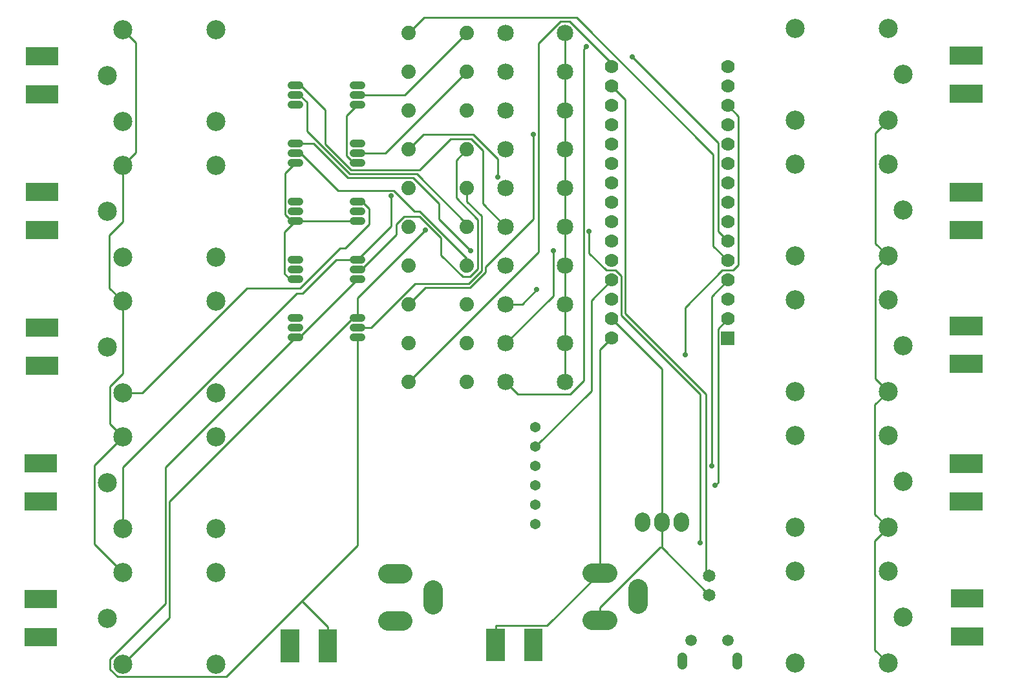
<source format=gbl>
G04 Layer: BottomLayer*
G04 EasyEDA v6.1.52, Sat, 03 Aug 2019 15:20:47 GMT*
G04 0863e46d4acc4207ac88c0ed569749d1,99d799917bed4c779c6d3b41b195639e,10*
G04 Gerber Generator version 0.2*
G04 Scale: 100 percent, Rotated: No, Reflected: No *
G04 Dimensions in millimeters *
G04 leading zeros omitted , absolute positions ,3 integer and 3 decimal *
%FSLAX33Y33*%
%MOMM*%
G90*
G71D02*

%ADD11C,0.250012*%
%ADD12C,0.700024*%
%ADD16C,1.778000*%
%ADD17C,1.363980*%
%ADD18C,2.499995*%
%ADD19C,1.879600*%
%ADD20C,2.159000*%
%ADD21R,4.284980X2.379980*%
%ADD23C,1.499997*%
%ADD24C,1.651000*%
%ADD25C,0.999998*%
%ADD26C,2.032000*%
%ADD27C,1.299997*%

%LPD*%
G54D11*
G01X71277Y74041D02*
G01X71277Y62969D01*
G01X65029Y56720D01*
G01X65029Y56009D01*
G01X63007Y53987D01*
G01X57162Y53987D01*
G01X54991Y51816D01*
G01X48260Y57658D02*
G01X45435Y57658D01*
G01X41041Y53263D01*
G01X40330Y53263D01*
G01X17505Y30439D01*
G01X17505Y22448D01*
G01X52671Y66006D02*
G01X52671Y62069D01*
G01X48260Y57658D01*
G01X78605Y61376D02*
G01X78605Y58531D01*
G01X80876Y56261D01*
G01X82082Y56261D01*
G01X82806Y55537D01*
G01X82806Y50373D01*
G01X93151Y40027D01*
G01X93151Y20589D01*
G01X67691Y61976D02*
G01X64650Y65016D01*
G01X64650Y71981D01*
G01X63126Y73507D01*
G01X60452Y73507D01*
G01X56370Y69428D01*
G01X47424Y69428D01*
G01X44061Y72791D01*
G01X44061Y77251D01*
G01X40794Y80518D01*
G01X40132Y80518D01*
G01X67691Y51816D02*
G01X69819Y51816D01*
G01X71724Y53721D01*
G01X67691Y46736D02*
G01X73888Y52933D01*
G01X73888Y58801D01*
G01X67691Y41656D02*
G01X69275Y40071D01*
G01X76116Y40071D01*
G01X77876Y41831D01*
G01X77876Y85255D01*
G01X78219Y85595D01*
G01X63068Y58834D02*
G01X58894Y63007D01*
G01X58894Y65021D01*
G01X55521Y68394D01*
G01X47035Y68394D01*
G01X42532Y72898D01*
G01X40132Y72898D01*
G01X96774Y54991D02*
G01X94625Y52842D01*
G01X94625Y30607D01*
G01X96774Y77851D02*
G01X98143Y76481D01*
G01X98143Y56964D01*
G01X97442Y56261D01*
G01X96012Y56261D01*
G01X91160Y51409D01*
G01X91160Y45184D01*
G01X62611Y61976D02*
G01X62611Y62331D01*
G01X56045Y68897D01*
G01X47244Y68897D01*
G01X41622Y74518D01*
G01X41622Y78305D01*
G01X40680Y79248D01*
G01X40132Y79248D01*
G01X54991Y87376D02*
G01X57002Y89387D01*
G01X76944Y89387D01*
G01X94863Y71470D01*
G01X94863Y59441D01*
G01X96774Y57531D01*
G01X17505Y34447D02*
G01X13815Y30756D01*
G01X13815Y20358D01*
G01X17505Y16667D01*
G01X17505Y52227D02*
G01X17505Y42750D01*
G01X15819Y41064D01*
G01X15819Y36134D01*
G01X17505Y34447D01*
G01X81534Y47371D02*
G01X80010Y45847D01*
G01X80010Y16621D01*
G01X17505Y70007D02*
G01X17505Y62636D01*
G01X15773Y60904D01*
G01X15773Y53959D01*
G01X17505Y52227D01*
G01X75438Y77216D02*
G01X75438Y72136D01*
G01X75438Y82296D02*
G01X75438Y77216D01*
G01X75438Y72136D02*
G01X75438Y67056D01*
G01X75438Y67056D02*
G01X75438Y61976D01*
G01X75438Y56896D02*
G01X75438Y51816D01*
G01X75438Y61976D02*
G01X75438Y56896D01*
G01X117749Y22575D02*
G01X116029Y20855D01*
G01X116029Y6512D01*
G01X117749Y4795D01*
G01X117749Y40355D02*
G01X116039Y38646D01*
G01X116039Y24282D01*
G01X117749Y22575D01*
G01X117749Y58135D02*
G01X116062Y56448D01*
G01X116062Y42042D01*
G01X117749Y40355D01*
G01X75438Y51816D02*
G01X75438Y46736D01*
G01X17505Y87787D02*
G01X19192Y86100D01*
G01X19192Y71694D01*
G01X17505Y70007D01*
G01X75438Y87376D02*
G01X75438Y82296D01*
G01X117749Y75915D02*
G01X116111Y74274D01*
G01X116111Y59773D01*
G01X117749Y58135D01*
G01X75438Y41656D02*
G01X75438Y46736D01*
G01X66344Y9707D02*
G01X73096Y9707D01*
G01X80010Y16621D01*
G01X66344Y7188D02*
G01X66344Y9707D01*
G01X41015Y12964D02*
G01X31094Y3040D01*
G01X16832Y3040D01*
G01X15877Y3992D01*
G01X15877Y5341D01*
G01X23103Y12565D01*
G01X23103Y30467D01*
G01X40132Y47498D01*
G01X48260Y47498D02*
G01X48260Y20205D01*
G01X41015Y12964D01*
G01X44399Y9580D02*
G01X41015Y12964D01*
G01X44399Y7061D02*
G01X44399Y9580D01*
G01X48260Y62738D02*
G01X40132Y62738D01*
G01X40132Y47498D02*
G01X40640Y47498D01*
G01X48260Y55118D01*
G01X48260Y77978D02*
G01X46802Y76520D01*
G01X46802Y71282D01*
G01X47726Y70358D01*
G01X48260Y70358D01*
G01X39850Y62456D02*
G01X40132Y62738D01*
G01X40132Y55118D02*
G01X39415Y55118D01*
G01X38701Y55834D01*
G01X38701Y61305D01*
G01X39850Y62456D01*
G01X40132Y70358D02*
G01X38755Y68981D01*
G01X38755Y63553D01*
G01X39850Y62456D01*
G01X88138Y23241D02*
G01X88138Y43307D01*
G01X81534Y49911D01*
G01X88138Y19939D02*
G01X88138Y23241D01*
G01X94361Y13716D02*
G01X88138Y19939D01*
G01X80010Y10421D02*
G01X80010Y12092D01*
G01X87856Y19939D01*
G01X88138Y19939D01*
G01X81534Y54991D02*
G01X78879Y52336D01*
G01X78879Y40469D01*
G01X71556Y33147D01*
G01X81534Y80391D02*
G01X83309Y78615D01*
G01X83309Y50581D01*
G01X93896Y39994D01*
G01X93896Y16720D01*
G01X94361Y16256D01*
G01X81534Y82931D02*
G01X81534Y83350D01*
G01X75996Y88884D01*
G01X74863Y88884D01*
G01X72006Y86027D01*
G01X72006Y58668D01*
G01X54991Y41656D01*
G01X48260Y65278D02*
G01X48900Y65278D01*
G01X49811Y64368D01*
G01X49811Y62323D01*
G01X46657Y59171D01*
G01X45984Y59171D01*
G01X40759Y53944D01*
G01X33822Y53944D01*
G01X20104Y40228D01*
G01X17505Y40228D01*
G01X48260Y50038D02*
G01X48260Y52649D01*
G01X57129Y61518D01*
G01X48260Y50038D02*
G01X47663Y50038D01*
G01X23606Y25979D01*
G01X23606Y10767D01*
G01X17505Y4668D01*
G01X62611Y67056D02*
G01X62611Y65290D01*
G01X64526Y63375D01*
G01X64526Y56217D01*
G01X62798Y54490D01*
G01X55780Y54490D01*
G01X50058Y48768D01*
G01X48260Y48768D01*
G01X62611Y87376D02*
G01X54483Y79248D01*
G01X48260Y79248D01*
G01X62611Y82296D02*
G01X51943Y71628D01*
G01X48260Y71628D01*
G01X96774Y49911D02*
G01X95470Y48607D01*
G01X95470Y28437D01*
G01X95102Y28067D01*
G01X40132Y71628D02*
G01X40797Y71628D01*
G01X45692Y66733D01*
G01X52971Y66733D01*
G01X55722Y63985D01*
G01X56433Y63985D01*
G01X62611Y57805D01*
G01X62611Y56896D01*
G01X62611Y72136D02*
G01X61191Y70716D01*
G01X61191Y65745D01*
G01X64023Y62915D01*
G01X64023Y56426D01*
G01X63007Y55410D01*
G01X62031Y55410D01*
G01X59222Y58219D01*
G01X59222Y60485D01*
G01X56403Y63301D01*
G01X54348Y63301D01*
G01X53352Y62306D01*
G01X53352Y60980D01*
G01X48760Y56388D01*
G01X48260Y56388D01*
G01X96774Y60071D02*
G01X95501Y61343D01*
G01X95501Y72971D01*
G01X84228Y84244D01*
G01X54991Y72136D02*
G01X56903Y74048D01*
G01X63446Y74048D01*
G01X66659Y70835D01*
G01X66659Y68475D01*
G36*
G01X95885Y46482D02*
G01X95885Y48260D01*
G01X97663Y48260D01*
G01X97663Y46482D01*
G01X95885Y46482D01*
G37*
G54D16*
G01X96774Y49911D03*
G01X96774Y52451D03*
G01X96774Y54991D03*
G01X96774Y57531D03*
G01X96774Y60071D03*
G01X96774Y62611D03*
G01X96774Y65151D03*
G01X96774Y67691D03*
G01X96774Y70231D03*
G01X96774Y72771D03*
G01X96774Y75311D03*
G01X96774Y77851D03*
G01X96774Y80391D03*
G01X96774Y82931D03*
G01X81534Y47371D03*
G01X81534Y49911D03*
G01X81534Y52451D03*
G01X81534Y54991D03*
G01X81534Y57531D03*
G01X81534Y60071D03*
G01X81534Y62611D03*
G01X81534Y65151D03*
G01X81534Y67691D03*
G01X81534Y70231D03*
G01X81534Y72771D03*
G01X81534Y75311D03*
G01X81534Y77851D03*
G01X81534Y80391D03*
G01X81534Y82931D03*
G54D17*
G01X71556Y30607D03*
G01X71556Y28067D03*
G01X71556Y22987D03*
G01X71556Y25527D03*
G01X71556Y35687D03*
G01X71556Y33147D03*
G54D18*
G01X15506Y46228D03*
G01X17505Y40228D03*
G01X17505Y52227D03*
G01X29705Y52227D03*
G01X29705Y40228D03*
G54D19*
G01X54991Y77216D03*
G01X62611Y77216D03*
G54D20*
G01X67691Y77216D03*
G01X75438Y77216D03*
G54D18*
G01X15506Y28448D03*
G01X17505Y22448D03*
G01X17505Y34447D03*
G01X29705Y34447D03*
G01X29705Y22448D03*
G54D19*
G01X54991Y72136D03*
G01X62611Y72136D03*
G54D20*
G01X67691Y72136D03*
G01X75438Y72136D03*
G54D18*
G01X15506Y10668D03*
G01X17505Y4668D03*
G01X17505Y16667D03*
G01X29705Y16667D03*
G01X29705Y4668D03*
G54D19*
G01X54991Y67056D03*
G01X62611Y67056D03*
G54D20*
G01X67691Y67056D03*
G01X75438Y67056D03*
G54D18*
G01X119748Y10795D03*
G01X117749Y16794D03*
G01X117749Y4795D03*
G01X105549Y4795D03*
G01X105549Y16794D03*
G54D19*
G01X54991Y61976D03*
G01X62611Y61976D03*
G54D20*
G01X67691Y61976D03*
G01X75438Y61976D03*
G54D18*
G01X119748Y28575D03*
G01X117749Y34574D03*
G01X117749Y22575D03*
G01X105549Y22575D03*
G01X105549Y34574D03*
G54D19*
G01X54991Y56896D03*
G01X62611Y56896D03*
G54D20*
G01X67691Y56896D03*
G01X75438Y56896D03*
G54D18*
G01X119748Y46355D03*
G01X117749Y52354D03*
G01X117749Y40355D03*
G01X105549Y40355D03*
G01X105549Y52354D03*
G54D19*
G01X54991Y51816D03*
G01X62611Y51816D03*
G54D20*
G01X67691Y51816D03*
G01X75438Y51816D03*
G54D21*
G01X6908Y43738D03*
G01X6908Y48717D03*
G01X6781Y25958D03*
G01X6781Y30937D03*
G01X6781Y8178D03*
G01X6781Y13157D03*
G36*
G01X130234Y12094D02*
G01X125949Y12094D01*
G01X125949Y14474D01*
G01X130234Y14474D01*
G01X130234Y12094D01*
G37*
G36*
G01X130234Y7115D02*
G01X125949Y7115D01*
G01X125949Y9495D01*
G01X130234Y9495D01*
G01X130234Y7115D01*
G37*
G36*
G01X130107Y29747D02*
G01X125822Y29747D01*
G01X125822Y32127D01*
G01X130107Y32127D01*
G01X130107Y29747D01*
G37*
G36*
G01X130107Y24768D02*
G01X125822Y24768D01*
G01X125822Y27148D01*
G01X130107Y27148D01*
G01X130107Y24768D01*
G37*
G36*
G01X130107Y47781D02*
G01X125822Y47781D01*
G01X125822Y50161D01*
G01X130107Y50161D01*
G01X130107Y47781D01*
G37*
G36*
G01X130107Y42802D02*
G01X125822Y42802D01*
G01X125822Y45182D01*
G01X130107Y45182D01*
G01X130107Y42802D01*
G37*
G54D18*
G01X15506Y81788D03*
G01X17505Y75788D03*
G01X17505Y87787D03*
G01X29705Y87787D03*
G01X29705Y75788D03*
G54D19*
G01X54991Y87376D03*
G01X62611Y87376D03*
G54D20*
G01X67691Y87376D03*
G01X75438Y87376D03*
G54D18*
G01X15506Y64008D03*
G01X17505Y58008D03*
G01X17505Y70007D03*
G01X29705Y70007D03*
G01X29705Y58008D03*
G54D19*
G01X54991Y82296D03*
G01X62611Y82296D03*
G54D20*
G01X67691Y82296D03*
G01X75438Y82296D03*
G54D18*
G01X119748Y64135D03*
G01X117749Y70134D03*
G01X117749Y58135D03*
G01X105549Y58135D03*
G01X105549Y70134D03*
G54D19*
G01X54991Y46736D03*
G01X62611Y46736D03*
G54D20*
G01X67691Y46736D03*
G01X75438Y46736D03*
G54D18*
G01X119748Y81915D03*
G01X117749Y87914D03*
G01X117749Y75915D03*
G01X105549Y75915D03*
G01X105549Y87914D03*
G54D19*
G01X54991Y41656D03*
G01X62611Y41656D03*
G54D20*
G01X67691Y41656D03*
G01X75438Y41656D03*
G54D21*
G01X6908Y79298D03*
G01X6908Y84277D03*
G01X6908Y61518D03*
G01X6908Y66497D03*
G36*
G01X130107Y65307D02*
G01X125822Y65307D01*
G01X125822Y67687D01*
G01X130107Y67687D01*
G01X130107Y65307D01*
G37*
G36*
G01X130107Y60328D02*
G01X125822Y60328D01*
G01X125822Y62708D01*
G01X130107Y62708D01*
G01X130107Y60328D01*
G37*
G36*
G01X130107Y83214D02*
G01X125822Y83214D01*
G01X125822Y85594D01*
G01X130107Y85594D01*
G01X130107Y83214D01*
G37*
G36*
G01X130107Y78235D02*
G01X125822Y78235D01*
G01X125822Y80615D01*
G01X130107Y80615D01*
G01X130107Y78235D01*
G37*
G36*
G01X40610Y9203D02*
G01X40610Y4918D01*
G01X38230Y4918D01*
G01X38230Y9203D01*
G01X40610Y9203D01*
G37*
G36*
G01X45589Y9203D02*
G01X45589Y4918D01*
G01X43209Y4918D01*
G01X43209Y9203D01*
G01X45589Y9203D01*
G37*
G36*
G01X67534Y9330D02*
G01X67534Y5045D01*
G01X65154Y5045D01*
G01X65154Y9330D01*
G01X67534Y9330D01*
G37*
G36*
G01X72513Y9330D02*
G01X72513Y5045D01*
G01X70133Y5045D01*
G01X70133Y9330D01*
G01X72513Y9330D01*
G37*
G54D23*
G01X91950Y7790D03*
G01X96791Y7790D03*
G54D24*
G01X94361Y16256D03*
G01X94361Y13716D03*
G54D12*
G01X71277Y74041D03*
G01X52671Y66006D03*
G01X93151Y20589D03*
G01X78605Y61376D03*
G01X71724Y53721D03*
G01X73888Y58801D03*
G01X78219Y85595D03*
G01X63068Y58834D03*
G01X94625Y30607D03*
G01X91160Y45184D03*
G01X57129Y61518D03*
G01X95102Y28067D03*
G01X84228Y84244D03*
G01X66659Y68475D03*
G54D25*
G01X48759Y65278D02*
G01X47760Y65278D01*
G01X48759Y64008D02*
G01X47760Y64008D01*
G01X48759Y62738D02*
G01X47760Y62738D01*
G01X48759Y57658D02*
G01X47760Y57658D01*
G01X48759Y56388D02*
G01X47760Y56388D01*
G01X48759Y55118D02*
G01X47760Y55118D01*
G01X48759Y50038D02*
G01X47760Y50038D01*
G01X48759Y48768D02*
G01X47760Y48768D01*
G01X48759Y47498D02*
G01X47760Y47498D01*
G01X40631Y80518D02*
G01X39632Y80518D01*
G01X40631Y79248D02*
G01X39632Y79248D01*
G01X40631Y77978D02*
G01X39632Y77978D01*
G01X40631Y72898D02*
G01X39632Y72898D01*
G01X40631Y71628D02*
G01X39632Y71628D01*
G01X40631Y70358D02*
G01X39632Y70358D01*
G01X40631Y65278D02*
G01X39632Y65278D01*
G01X40631Y64008D02*
G01X39632Y64008D01*
G01X40631Y62738D02*
G01X39632Y62738D01*
G01X48759Y80518D02*
G01X47760Y80518D01*
G01X48759Y79248D02*
G01X47760Y79248D01*
G01X48759Y77978D02*
G01X47760Y77978D01*
G01X48759Y72898D02*
G01X47760Y72898D01*
G01X48759Y71628D02*
G01X47760Y71628D01*
G01X48759Y70358D02*
G01X47760Y70358D01*
G01X40631Y57658D02*
G01X39632Y57658D01*
G01X40631Y56388D02*
G01X39632Y56388D01*
G01X40631Y55118D02*
G01X39632Y55118D01*
G01X40631Y50038D02*
G01X39632Y50038D01*
G01X40631Y48768D02*
G01X39632Y48768D01*
G01X40631Y47498D02*
G01X39632Y47498D01*
G54D26*
G01X88138Y23495D02*
G01X88138Y22987D01*
G01X90678Y23495D02*
G01X90678Y22987D01*
G01X85598Y23495D02*
G01X85598Y22987D01*
G54D18*
G01X58212Y12393D02*
G01X58212Y14393D01*
G01X52213Y10293D02*
G01X54212Y10293D01*
G01X52213Y16493D02*
G01X54212Y16493D01*
G01X85009Y12520D02*
G01X85009Y14520D01*
G01X79010Y10420D02*
G01X81009Y10420D01*
G01X79010Y16620D02*
G01X81009Y16620D01*
G54D27*
G01X97980Y5540D02*
G01X97980Y4640D01*
G01X90741Y5540D02*
G01X90741Y4640D01*
M00*
M02*

</source>
